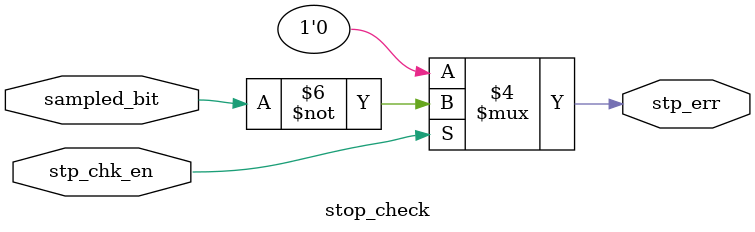
<source format=v>

/*
// Module: stop_check.v
// Description: Start bit Check using verilog code 
// Owner : Mohamed Ayman Elsayed 
// Date : 21 Sep 2022
*/

module stop_check (

    // ---------------- input & output ports -----------------
    
    input   wire                    stp_chk_en,
    input   wire                    sampled_bit,
    output  reg                     stp_err

);

    // --------------- parameters & integers -----------------

    parameter stop_bit = 1'b1 ;

    // --------------- Checking Start bit ------------------

    always @(*)

        begin
            if ( stp_chk_en )
                begin
                    stp_err = stop_bit ^ sampled_bit;
                end
            else
                begin
                    stp_err = 'b0;
                end
        end

endmodule
</source>
